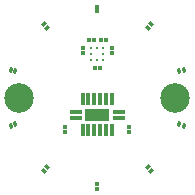
<source format=gts>
G04*
G04 #@! TF.GenerationSoftware,Altium Limited,Altium Designer,20.1.14 (287)*
G04*
G04 Layer_Color=8388736*
%FSLAX43Y43*%
%MOMM*%
G71*
G04*
G04 #@! TF.SameCoordinates,4F5269AA-7076-45A1-A172-B2B228468667*
G04*
G04*
G04 #@! TF.FilePolarity,Negative*
G04*
G01*
G75*
%ADD13R,0.450X0.300*%
G04:AMPARAMS|DCode=14|XSize=0.45mm|YSize=0.3mm|CornerRadius=0mm|HoleSize=0mm|Usage=FLASHONLY|Rotation=324.000|XOffset=0mm|YOffset=0mm|HoleType=Round|Shape=Rectangle|*
%AMROTATEDRECTD14*
4,1,4,-0.270,0.011,-0.094,0.254,0.270,-0.011,0.094,-0.254,-0.270,0.011,0.0*
%
%ADD14ROTATEDRECTD14*%

G04:AMPARAMS|DCode=15|XSize=0.45mm|YSize=0.3mm|CornerRadius=0mm|HoleSize=0mm|Usage=FLASHONLY|Rotation=288.000|XOffset=0mm|YOffset=0mm|HoleType=Round|Shape=Rectangle|*
%AMROTATEDRECTD15*
4,1,4,-0.212,0.168,0.073,0.260,0.212,-0.168,-0.073,-0.260,-0.212,0.168,0.0*
%
%ADD15ROTATEDRECTD15*%

%ADD16R,0.350X0.300*%
G04:AMPARAMS|DCode=17|XSize=0.45mm|YSize=0.3mm|CornerRadius=0mm|HoleSize=0mm|Usage=FLASHONLY|Rotation=252.000|XOffset=0mm|YOffset=0mm|HoleType=Round|Shape=Rectangle|*
%AMROTATEDRECTD17*
4,1,4,-0.073,0.260,0.212,0.168,0.073,-0.260,-0.212,-0.168,-0.073,0.260,0.0*
%
%ADD17ROTATEDRECTD17*%

%ADD18R,0.340X1.000*%
%ADD19R,1.000X0.340*%
%ADD20R,2.000X1.000*%
%ADD21R,0.300X0.350*%
%ADD22C,0.260*%
G04:AMPARAMS|DCode=23|XSize=0.45mm|YSize=0.3mm|CornerRadius=0mm|HoleSize=0mm|Usage=FLASHONLY|Rotation=216.000|XOffset=0mm|YOffset=0mm|HoleType=Round|Shape=Rectangle|*
%AMROTATEDRECTD23*
4,1,4,0.094,0.254,0.270,0.011,-0.094,-0.254,-0.270,-0.011,0.094,0.254,0.0*
%
%ADD23ROTATEDRECTD23*%

%ADD24C,2.500*%
D13*
X0Y7700D02*
D03*
Y7300D02*
D03*
Y-7700D02*
D03*
Y-7300D02*
D03*
D14*
X4526Y6229D02*
D03*
X4291Y5906D02*
D03*
X-4526Y-6229D02*
D03*
X-4291Y-5906D02*
D03*
D15*
X7323Y2379D02*
D03*
X6943Y2256D02*
D03*
X-7323Y-2379D02*
D03*
X-6943Y-2256D02*
D03*
D16*
X-725Y4900D02*
D03*
X-275D02*
D03*
X725D02*
D03*
X275D02*
D03*
X225Y2500D02*
D03*
X-225D02*
D03*
D17*
X7323Y-2379D02*
D03*
X6943Y-2256D02*
D03*
X-7323Y2379D02*
D03*
X-6943Y2256D02*
D03*
D18*
X1246Y-150D02*
D03*
X746D02*
D03*
X246D02*
D03*
X-254D02*
D03*
X-754D02*
D03*
X-1254D02*
D03*
Y-2750D02*
D03*
X-754D02*
D03*
X-254D02*
D03*
X246D02*
D03*
X746D02*
D03*
X1246D02*
D03*
D19*
X-1804Y-1200D02*
D03*
Y-1700D02*
D03*
X1796D02*
D03*
Y-1200D02*
D03*
D20*
X-4Y-1450D02*
D03*
D21*
X2675Y-2925D02*
D03*
Y-2475D02*
D03*
X-1200Y3775D02*
D03*
Y4225D02*
D03*
X1200Y4225D02*
D03*
Y3775D02*
D03*
X-2700Y-2475D02*
D03*
Y-2925D02*
D03*
D22*
X-500Y4200D02*
D03*
X0D02*
D03*
X500D02*
D03*
X-500Y3700D02*
D03*
X500D02*
D03*
X-500Y3200D02*
D03*
X0D02*
D03*
X500D02*
D03*
D23*
X4526Y-6229D02*
D03*
X4291Y-5906D02*
D03*
X-4526Y6229D02*
D03*
X-4291Y5906D02*
D03*
D24*
X-6600Y0D02*
D03*
X6600D02*
D03*
M02*

</source>
